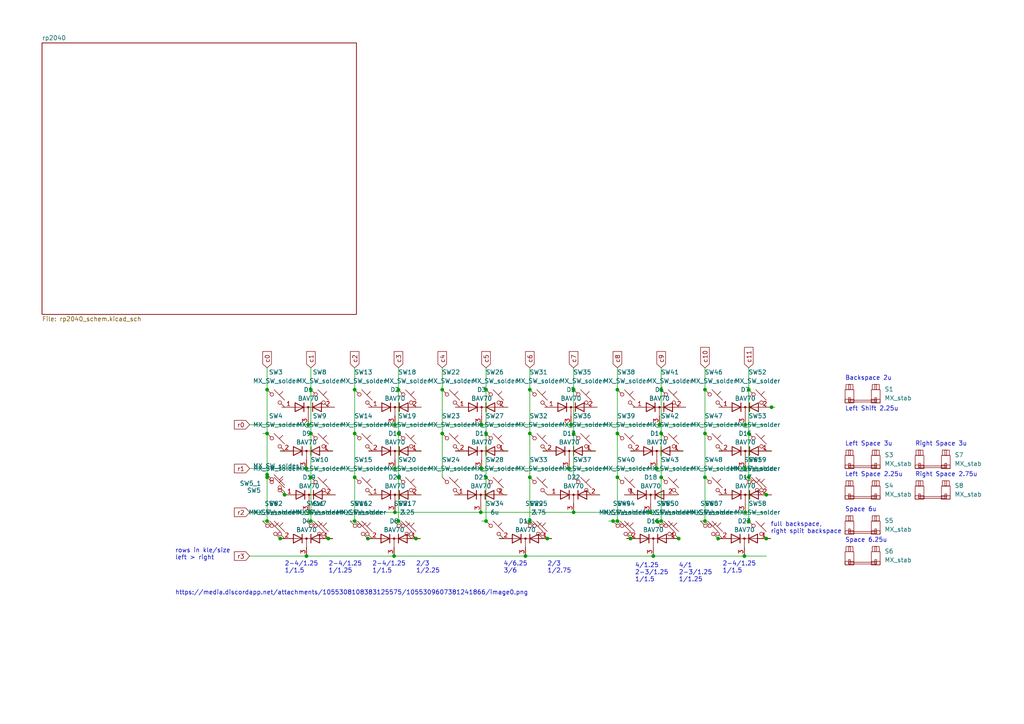
<source format=kicad_sch>
(kicad_sch (version 20221206) (generator eeschema)
  (paper "A4")
  (lib_symbols
    (symbol "Diode:BAV70" (pin_names (offset 0.762) hide)
      (property "Reference" "D" (at 0.635 -2.54 0))
      (property "Value" "BAV70" (at 0 2.54 0))
      (symbol "BAV70_0_1"
        (polyline (pts (xy -3.81 0) (xy 3.81 0)))
        (polyline (pts (xy 0 0) (xy 0 -2.54)))
        (polyline (pts (xy -1.27 -1.27) (xy -1.27 1.27) (xy -1.27 1.27)) (stroke (width 0.254)))
        (polyline (pts (xy 1.27 -1.27) (xy 1.27 1.27) (xy 1.27 1.27)) (stroke (width 0.254)))
        (polyline (pts (xy -3.81 1.27) (xy -1.27 0) (xy -3.81 -1.27) (xy -3.81 1.27) (xy -3.81 1.27) (xy -3.81 1.27)) (stroke (width 0.254)))
        (polyline (pts (xy 3.81 -1.27) (xy 1.27 0) (xy 3.81 1.27) (xy 3.81 -1.27) (xy 3.81 -1.27) (xy 3.81 -1.27)) (stroke (width 0.254)))
        (circle (center 0 0) (radius 0.254) (fill (type outline)))
        (pin passive line (at -7.62 0 0) (length 3.81) (name "A") (number "1"))
        (pin passive line (at 7.62 0 180) (length 3.81) (name "A") (number "2"))
        (pin passive line (at 0 -5.08 90) (length 2.54) (name "K") (number "3"))
      )
    )
    (symbol "marbastlib-mx:MX_SW_solder" (pin_numbers hide) (pin_names (offset 1.016) hide)
      (property "Reference" "SW" (at 3.048 1.016 0))
      (property "Value" "MX_SW_solder" (at 0 -3.81 0))
      (symbol "MX_SW_solder_0_1"
        (circle (center -1.1684 1.1684) (radius 0.508))
        (polyline (pts (xy -0.508 2.54) (xy 2.54 -0.508)))
        (polyline (pts (xy 1.016 1.016) (xy 2.032 2.032)))
        (polyline (pts (xy -2.54 2.54) (xy -1.524 1.524) (xy -1.524 1.524)))
        (polyline (pts (xy 1.524 -1.524) (xy 2.54 -2.54) (xy 2.54 -2.54) (xy 2.54 -2.54)))
        (circle (center 1.143 -1.1938) (radius 0.508))
        (pin passive line (at -2.54 2.54 0) (length 0) (name "1") (number "1"))
        (pin passive line (at 2.54 -2.54 180) (length 0) (name "2") (number "2"))
      )
    )
    (symbol "marbastlib-mx:MX_stab" (pin_names (offset 1.016))
      (property "Reference" "S" (at -5.08 6.35 0))
      (property "Value" "MX_stab" (at -5.08 3.81 0))
      (symbol "MX_stab_0_1"
        (rectangle (start -5.08 -1.524) (end -2.54 -2.54))
        (rectangle (start -5.08 1.27) (end -2.54 -2.54))
        (rectangle (start -4.826 2.794) (end -2.794 1.27))
        (rectangle (start -4.064 -2.286) (end -3.556 -1.016))
        (rectangle (start -4.064 -1.778) (end 4.064 -2.286))
        (rectangle (start -4.064 1.27) (end -3.556 2.794))
        (rectangle (start 2.54 -1.524) (end 5.08 -2.54))
        (rectangle (start 2.54 1.27) (end 5.08 -2.54))
        (rectangle (start 2.794 2.794) (end 4.826 1.27))
        (rectangle (start 3.556 1.27) (end 4.064 2.794))
        (rectangle (start 4.064 -2.286) (end 3.556 -1.016))
      )
    )
  )
  (junction (at 82.55 143.51))
  (junction (at 165.608 123.19))
  (junction (at 191.77 125.73))
  (junction (at 217.17 113.03))
  (junction (at 158.75 156.21))
  (junction (at 140.97 113.03))
  (junction (at 196.85 156.21))
  (junction (at 204.47 113.03))
  (junction (at 114.3 161.29))
  (junction (at 222.25 156.21))
  (junction (at 102.87 138.43))
  (junction (at 182.88 156.21))
  (junction (at 179.07 125.73))
  (junction (at 88.9 161.29))
  (junction (at 90.17 138.43))
  (junction (at 166.37 113.03))
  (junction (at 217.17 151.13))
  (junction (at 89.662 148.59))
  (junction (at 216.154 123.19))
  (junction (at 139.7 123.19))
  (junction (at 115.57 151.13))
  (junction (at 179.07 138.43))
  (junction (at 139.446 148.59))
  (junction (at 140.97 138.43))
  (junction (at 204.47 138.43))
  (junction (at 81.28 156.21))
  (junction (at 191.77 113.03))
  (junction (at 179.07 113.03))
  (junction (at 115.57 138.43))
  (junction (at 153.67 151.13))
  (junction (at 114.554 123.19))
  (junction (at 114.554 148.59))
  (junction (at 191.77 151.13))
  (junction (at 191.77 138.43))
  (junction (at 115.57 125.73))
  (junction (at 217.17 125.73))
  (junction (at 217.17 138.43))
  (junction (at 114.554 135.89))
  (junction (at 106.68 156.21))
  (junction (at 177.8 151.13))
  (junction (at 216.154 135.89))
  (junction (at 128.27 113.03))
  (junction (at 139.7 135.89))
  (junction (at 102.87 125.73))
  (junction (at 128.27 125.73))
  (junction (at 152.4 161.29))
  (junction (at 153.67 113.03))
  (junction (at 215.9 161.29))
  (junction (at 204.47 151.13))
  (junction (at 188.722 148.59))
  (junction (at 179.07 151.13))
  (junction (at 120.65 156.21))
  (junction (at 77.47 137.668))
  (junction (at 140.97 151.13))
  (junction (at 90.17 113.03))
  (junction (at 102.87 151.13))
  (junction (at 102.87 113.03))
  (junction (at 77.47 138.43))
  (junction (at 204.47 125.73))
  (junction (at 153.67 125.73))
  (junction (at 190.5 151.13))
  (junction (at 153.67 138.43))
  (junction (at 191.262 123.19))
  (junction (at 208.28 156.21))
  (junction (at 140.97 125.73))
  (junction (at 90.17 125.73))
  (junction (at 223.774 118.11))
  (junction (at 90.17 151.13))
  (junction (at 89.408 123.19))
  (junction (at 190.5 135.89))
  (junction (at 77.47 151.13))
  (junction (at 189.484 161.29))
  (junction (at 166.37 125.73))
  (junction (at 95.25 156.21))
  (junction (at 166.37 148.59))
  (junction (at 115.57 113.03))
  (junction (at 88.9 135.89))
  (junction (at 165.1 135.89))
  (junction (at 77.47 125.73))
  (junction (at 216.154 148.59))
  (junction (at 77.47 113.03))
  (junction (at 222.25 143.51))
  (wire (pts (xy 208.28 156.21) (xy 209.55 156.21)))
  (wire (pts (xy 157.48 130.81) (xy 158.75 130.81)))
  (wire (pts (xy 222.25 143.51) (xy 223.774 143.51)))
  (wire (pts (xy 106.934 130.81) (xy 107.95 130.81)))
  (wire (pts (xy 146.05 143.51) (xy 147.066 143.51)))
  (wire (pts (xy 196.85 156.21) (xy 197.104 156.21)))
  (wire (pts (xy 95.25 130.81) (xy 96.52 130.81)))
  (wire (pts (xy 208.534 118.11) (xy 209.55 118.11)))
  (wire (pts (xy 215.9 161.29) (xy 222.25 161.29)))
  (wire (pts (xy 153.67 113.03) (xy 153.67 125.73)))
  (wire (pts (xy 165.608 123.19) (xy 191.262 123.19)))
  (wire (pts (xy 204.47 138.43) (xy 204.47 151.13)))
  (wire (pts (xy 157.988 118.11) (xy 158.75 118.11)))
  (wire (pts (xy 215.9 151.13) (xy 217.17 151.13)))
  (wire (pts (xy 166.37 106.68) (xy 166.37 113.03)))
  (wire (pts (xy 220.98 143.51) (xy 222.25 143.51)))
  (wire (pts (xy 166.37 113.03) (xy 166.37 125.73)))
  (wire (pts (xy 139.446 148.59) (xy 166.37 148.59)))
  (wire (pts (xy 171.45 143.51) (xy 173.99 143.51)))
  (wire (pts (xy 165.1 135.89) (xy 190.5 135.89)))
  (wire (pts (xy 88.9 151.13) (xy 90.17 151.13)))
  (wire (pts (xy 203.2 151.13) (xy 204.47 151.13)))
  (wire (pts (xy 152.4 151.13) (xy 153.67 151.13)))
  (wire (pts (xy 146.05 130.81) (xy 147.32 130.81)))
  (wire (pts (xy 216.154 148.59) (xy 222.25 148.59)))
  (wire (pts (xy 189.484 161.29) (xy 215.9 161.29)))
  (wire (pts (xy 208.534 130.81) (xy 209.55 130.81)))
  (wire (pts (xy 204.47 106.68) (xy 204.47 113.03)))
  (wire (pts (xy 132.08 118.11) (xy 133.35 118.11)))
  (wire (pts (xy 189.23 151.13) (xy 190.5 151.13)))
  (wire (pts (xy 222.25 118.11) (xy 223.774 118.11)))
  (wire (pts (xy 188.722 148.59) (xy 216.154 148.59)))
  (wire (pts (xy 90.17 138.43) (xy 90.17 151.13)))
  (wire (pts (xy 90.17 106.68) (xy 90.17 113.03)))
  (wire (pts (xy 190.5 135.89) (xy 216.154 135.89)))
  (wire (pts (xy 114.554 135.89) (xy 139.7 135.89)))
  (wire (pts (xy 90.17 113.03) (xy 90.17 125.73)))
  (wire (pts (xy 114.3 151.13) (xy 115.57 151.13)))
  (wire (pts (xy 179.07 106.68) (xy 179.07 113.03)))
  (wire (pts (xy 120.65 130.81) (xy 122.174 130.81)))
  (wire (pts (xy 95.25 143.51) (xy 97.282 143.51)))
  (wire (pts (xy 77.47 138.43) (xy 77.47 151.13)))
  (wire (pts (xy 95.25 156.21) (xy 96.52 156.21)))
  (wire (pts (xy 204.47 125.73) (xy 204.47 138.43)))
  (wire (pts (xy 102.87 106.68) (xy 102.87 113.03)))
  (wire (pts (xy 158.75 156.21) (xy 160.02 156.21)))
  (wire (pts (xy 179.07 125.73) (xy 179.07 138.43)))
  (wire (pts (xy 114.3 161.29) (xy 152.4 161.29)))
  (wire (pts (xy 106.934 118.11) (xy 107.95 118.11)))
  (wire (pts (xy 106.934 143.51) (xy 107.95 143.51)))
  (wire (pts (xy 208.534 143.51) (xy 209.55 143.51)))
  (wire (pts (xy 128.27 125.73) (xy 128.27 138.43)))
  (wire (pts (xy 140.97 106.68) (xy 140.97 113.03)))
  (wire (pts (xy 216.154 135.89) (xy 222.25 135.89)))
  (wire (pts (xy 183.642 118.11) (xy 184.15 118.11)))
  (wire (pts (xy 88.9 135.89) (xy 114.554 135.89)))
  (wire (pts (xy 222.25 156.21) (xy 223.52 156.21)))
  (wire (pts (xy 171.45 130.81) (xy 172.72 130.81)))
  (wire (pts (xy 102.87 125.73) (xy 102.87 138.43)))
  (wire (pts (xy 102.87 138.43) (xy 102.87 151.13)))
  (wire (pts (xy 196.85 118.11) (xy 198.882 118.11)))
  (wire (pts (xy 89.408 123.19) (xy 114.554 123.19)))
  (wire (pts (xy 153.67 138.43) (xy 153.67 151.13)))
  (wire (pts (xy 81.28 156.21) (xy 82.55 156.21)))
  (wire (pts (xy 196.342 143.51) (xy 196.85 143.51)))
  (wire (pts (xy 217.17 138.43) (xy 217.17 151.13)))
  (wire (pts (xy 72.39 123.19) (xy 89.408 123.19)))
  (wire (pts (xy 157.48 156.21) (xy 158.75 156.21)))
  (wire (pts (xy 115.57 125.73) (xy 115.57 138.43)))
  (wire (pts (xy 128.27 113.03) (xy 128.27 125.73)))
  (wire (pts (xy 196.85 130.81) (xy 198.12 130.81)))
  (wire (pts (xy 102.87 113.03) (xy 102.87 125.73)))
  (wire (pts (xy 115.57 106.68) (xy 115.57 113.03)))
  (wire (pts (xy 88.9 161.29) (xy 114.3 161.29)))
  (wire (pts (xy 181.61 156.21) (xy 182.88 156.21)))
  (wire (pts (xy 115.57 113.03) (xy 115.57 125.73)))
  (wire (pts (xy 82.55 142.748) (xy 82.55 143.51)))
  (wire (pts (xy 72.39 135.89) (xy 88.9 135.89)))
  (wire (pts (xy 90.17 125.73) (xy 90.17 138.43)))
  (wire (pts (xy 139.7 151.13) (xy 140.97 151.13)))
  (wire (pts (xy 139.7 135.89) (xy 165.1 135.89)))
  (wire (pts (xy 114.554 148.59) (xy 139.446 148.59)))
  (wire (pts (xy 215.9 138.43) (xy 217.17 138.43)))
  (wire (pts (xy 182.88 156.21) (xy 184.15 156.21)))
  (wire (pts (xy 190.5 151.13) (xy 191.77 151.13)))
  (wire (pts (xy 217.17 125.73) (xy 217.17 138.43)))
  (wire (pts (xy 191.77 113.03) (xy 191.77 125.73)))
  (wire (pts (xy 89.662 148.59) (xy 114.554 148.59)))
  (wire (pts (xy 176.53 151.13) (xy 177.8 151.13)))
  (wire (pts (xy 182.88 130.81) (xy 184.15 130.81)))
  (wire (pts (xy 171.45 118.11) (xy 173.228 118.11)))
  (wire (pts (xy 140.97 113.03) (xy 140.97 125.73)))
  (wire (pts (xy 95.25 118.11) (xy 97.028 118.11)))
  (wire (pts (xy 114.554 123.19) (xy 139.7 123.19)))
  (wire (pts (xy 81.28 130.81) (xy 82.55 130.81)))
  (wire (pts (xy 191.262 123.19) (xy 216.154 123.19)))
  (wire (pts (xy 216.154 123.19) (xy 222.25 123.19)))
  (wire (pts (xy 101.6 151.13) (xy 102.87 151.13)))
  (wire (pts (xy 81.788 118.11) (xy 82.55 118.11)))
  (wire (pts (xy 139.7 123.19) (xy 165.608 123.19)))
  (wire (pts (xy 72.39 161.29) (xy 88.9 161.29)))
  (wire (pts (xy 128.27 106.68) (xy 128.27 113.03)))
  (wire (pts (xy 72.39 148.59) (xy 89.662 148.59)))
  (wire (pts (xy 204.47 113.03) (xy 204.47 125.73)))
  (wire (pts (xy 82.042 143.51) (xy 82.55 143.51)))
  (wire (pts (xy 195.58 156.21) (xy 196.85 156.21)))
  (wire (pts (xy 120.65 156.21) (xy 121.92 156.21)))
  (wire (pts (xy 179.07 138.43) (xy 179.07 151.13)))
  (wire (pts (xy 106.68 156.21) (xy 107.95 156.21)))
  (wire (pts (xy 132.08 130.81) (xy 133.35 130.81)))
  (wire (pts (xy 140.97 125.73) (xy 140.97 138.43)))
  (wire (pts (xy 191.77 138.43) (xy 191.77 151.13)))
  (wire (pts (xy 223.774 118.11) (xy 224.79 118.11)))
  (wire (pts (xy 153.67 106.68) (xy 153.67 113.03)))
  (wire (pts (xy 93.98 156.21) (xy 95.25 156.21)))
  (wire (pts (xy 217.17 113.03) (xy 217.17 125.73)))
  (wire (pts (xy 166.37 148.59) (xy 188.722 148.59)))
  (wire (pts (xy 166.37 125.73) (xy 166.37 138.43)))
  (wire (pts (xy 191.77 125.73) (xy 191.77 138.43)))
  (wire (pts (xy 140.97 138.43) (xy 140.97 151.13)))
  (wire (pts (xy 177.8 151.13) (xy 179.07 151.13)))
  (wire (pts (xy 119.38 156.21) (xy 120.65 156.21)))
  (wire (pts (xy 146.05 118.11) (xy 147.32 118.11)))
  (wire (pts (xy 222.25 130.81) (xy 223.774 130.81)))
  (wire (pts (xy 120.65 143.51) (xy 122.174 143.51)))
  (wire (pts (xy 76.2 151.13) (xy 77.47 151.13)))
  (wire (pts (xy 181.102 143.51) (xy 184.15 143.51)))
  (wire (pts (xy 131.826 143.51) (xy 133.35 143.51)))
  (wire (pts (xy 120.65 118.11) (xy 122.174 118.11)))
  (wire (pts (xy 191.77 106.68) (xy 191.77 113.03)))
  (wire (pts (xy 217.17 106.68) (xy 217.17 113.03)))
  (wire (pts (xy 77.47 137.668) (xy 77.47 138.43)))
  (wire (pts (xy 115.57 138.43) (xy 115.57 151.13)))
  (wire (pts (xy 77.47 125.73) (xy 77.47 137.668)))
  (wire (pts (xy 152.4 161.29) (xy 189.484 161.29)))
  (wire (pts (xy 77.47 113.03) (xy 77.47 125.73)))
  (wire (pts (xy 144.78 156.21) (xy 146.05 156.21)))
  (wire (pts (xy 153.67 125.73) (xy 153.67 138.43)))
  (wire (pts (xy 179.07 113.03) (xy 179.07 125.73)))
  (wire (pts (xy 76.2 125.73) (xy 77.47 125.73)))
  (wire (pts (xy 220.98 156.21) (xy 222.25 156.21)))
  (wire (pts (xy 77.47 106.68) (xy 77.47 113.03)))
  (text "Backspace 2u\n" (at 245.11 110.49 0) (effects (font (size 1.27 1.27)) (justify left bottom)))
  (text "https://media.discordapp.net/attachments/1055308108383125575/1055309607381241866/image0.png" (at 50.8 172.72 0) (effects (font (size 1.27 1.27)) (justify left bottom)))
  (text "2-4/1.25\n1/1.5" (at 209.55 166.37 0) (effects (font (size 1.27 1.27)) (justify left bottom)))
  (text "Left Space 3u" (at 245.11 129.54 0) (effects (font (size 1.27 1.27)) (justify left bottom)))
  (text "2-4/1.25\n1/1.5" (at 107.95 166.37 0) (effects (font (size 1.27 1.27)) (justify left bottom)))
  (text "4/1.25\n2-3/1.25\n1/1.5" (at 184.15 168.91 0) (effects (font (size 1.27 1.27)) (justify left bottom)))
  (text "full backspace, \nright split backspace" (at 223.52 154.94 0) (effects (font (size 1.27 1.27)) (justify left bottom)))
  (text "2-4/1.25\n1/1.25" (at 95.25 166.37 0) (effects (font (size 1.27 1.27)) (justify left bottom)))
  (text "2/3\n1/2.75" (at 158.75 166.37 0) (effects (font (size 1.27 1.27)) (justify left bottom)))
  (text "rows in kle/size\nleft > right" (at 50.8 162.56 0) (effects (font (size 1.27 1.27)) (justify left bottom)))
  (text "Right Space 3u\n" (at 265.43 129.54 0) (effects (font (size 1.27 1.27)) (justify left bottom)))
  (text "Space 6.25u" (at 245.11 157.48 0) (effects (font (size 1.27 1.27)) (justify left bottom)))
  (text "2/3\n1/2.25" (at 120.65 166.37 0) (effects (font (size 1.27 1.27)) (justify left bottom)))
  (text "4/1\n2-3/1.25\n1/1.25" (at 196.85 168.91 0) (effects (font (size 1.27 1.27)) (justify left bottom)))
  (text "Space 6u" (at 245.11 148.59 0) (effects (font (size 1.27 1.27)) (justify left bottom)))
  (text "Left Shift 2.25u\n" (at 245.11 119.38 0) (effects (font (size 1.27 1.27)) (justify left bottom)))
  (text "4/6.25\n3/6\n" (at 146.05 166.37 0) (effects (font (size 1.27 1.27)) (justify left bottom)))
  (text "2-4/1.25\n1/1.5" (at 82.55 166.37 0) (effects (font (size 1.27 1.27)) (justify left bottom)))
  (text "Right Space 2.75u\n" (at 265.43 138.43 0) (effects (font (size 1.27 1.27)) (justify left bottom)))
  (text "Left Space 2.25u\n" (at 245.11 138.43 0) (effects (font (size 1.27 1.27)) (justify left bottom)))
  (global_label "c7" (shape input) (at 166.37 106.68 90) (property "Intersheetrefs" "${INTERSHEET_REFS}" (effects hide)))
  (global_label "r1" (shape input) (at 72.39 135.89 180) (property "Intersheetrefs" "${INTERSHEET_REFS}" (effects hide)))
  (global_label "c1" (shape input) (at 90.17 106.68 90) (property "Intersheetrefs" "${INTERSHEET_REFS}" (effects hide)))
  (global_label "c0" (shape input) (at 77.47 106.68 90) (property "Intersheetrefs" "${INTERSHEET_REFS}" (effects hide)))
  (global_label "r2" (shape input) (at 72.39 148.59 180) (property "Intersheetrefs" "${INTERSHEET_REFS}" (effects hide)))
  (global_label "c3" (shape input) (at 115.57 106.68 90) (property "Intersheetrefs" "${INTERSHEET_REFS}" (effects hide)))
  (global_label "c10" (shape input) (at 204.47 106.68 90) (property "Intersheetrefs" "${INTERSHEET_REFS}" (effects hide)))
  (global_label "c2" (shape input) (at 102.87 106.68 90) (property "Intersheetrefs" "${INTERSHEET_REFS}" (effects hide)))
  (global_label "r3" (shape input) (at 72.39 161.29 180) (property "Intersheetrefs" "${INTERSHEET_REFS}" (effects hide)))
  (global_label "c11" (shape input) (at 217.17 106.68 90) (property "Intersheetrefs" "${INTERSHEET_REFS}" (effects hide)))
  (global_label "c4" (shape input) (at 128.27 106.68 90) (property "Intersheetrefs" "${INTERSHEET_REFS}" (effects hide)))
  (global_label "c9" (shape input) (at 191.77 106.68 90) (property "Intersheetrefs" "${INTERSHEET_REFS}" (effects hide)))
  (global_label "c5" (shape input) (at 140.97 106.68 90) (property "Intersheetrefs" "${INTERSHEET_REFS}" (effects hide)))
  (global_label "c8" (shape input) (at 179.07 106.68 90) (property "Intersheetrefs" "${INTERSHEET_REFS}" (effects hide)))
  (global_label "c6" (shape input) (at 153.67 106.68 90) (property "Intersheetrefs" "${INTERSHEET_REFS}" (effects hide)))
  (global_label "r0" (shape input) (at 72.39 123.19 180) (property "Intersheetrefs" "${INTERSHEET_REFS}" (effects hide)))
  (symbol (lib_id "Diode:BAV70") (at 89.408 118.11 0) (unit 1)
    (property "Reference" "D1" (at 89.408 113.03 0))
    (property "Value" "BAV70" (at 89.408 115.57 0))
    (property "Footprint" "Package_TO_SOT_SMD:SOT-23" (effects hide))
    (property "Datasheet" "https://assets.nexperia.com/documents/data-sheet/BAV70_SER.pdf" (effects hide))
    (property "LCSC" "C68978" (effects hide))
  )
  (symbol (lib_id "marbastlib-mx:MX_SW_solder") (at 92.71 153.67 0) (unit 1)
    (property "Reference" "SW7" (at 92.71 146.05 0))
    (property "Value" "MX_SW_solder" (at 92.71 148.59 0))
    (property "Footprint" "marbastlib-mx:SW_MX_1u" (effects hide))
  )
  (symbol (lib_id "marbastlib-mx:MX_stab") (at 270.51 133.35 0) (unit 1)
    (property "Reference" "S7" (at 276.86 131.9529 0) (effects (justify left)))
    (property "Value" "MX_stab" (at 276.86 134.4929 0) (effects (justify left)))
    (property "Footprint" "marbastlib-mx:STAB_MX_P_3u" (effects hide))
  )
  (symbol (lib_id "marbastlib-mx:MX_SW_solder") (at 92.71 140.97 0) (unit 1)
    (property "Reference" "SW10" (at 92.71 133.35 0))
    (property "Value" "MX_SW_solder" (at 92.71 135.89 0))
    (property "Footprint" "marbastlib-mx:SW_MX_1u" (effects hide))
  )
  (symbol (lib_id "Diode:BAV70") (at 89.662 143.51 0) (unit 1)
    (property "Reference" "D19" (at 89.662 138.43 0))
    (property "Value" "BAV70" (at 89.662 140.97 0))
    (property "Footprint" "Package_TO_SOT_SMD:SOT-23" (effects hide))
    (property "Datasheet" "https://assets.nexperia.com/documents/data-sheet/BAV70_SER.pdf" (effects hide))
    (property "LCSC" "C68978" (effects hide))
  )
  (symbol (lib_id "Diode:BAV70") (at 188.722 143.51 0) (unit 1)
    (property "Reference" "D18" (at 188.722 138.43 0))
    (property "Value" "BAV70" (at 188.722 140.97 0))
    (property "Footprint" "Package_TO_SOT_SMD:SOT-23" (effects hide))
    (property "Datasheet" "https://assets.nexperia.com/documents/data-sheet/BAV70_SER.pdf" (effects hide))
    (property "LCSC" "C68978" (effects hide))
  )
  (symbol (lib_id "marbastlib-mx:MX_SW_solder") (at 80.01 140.208 0) (unit 1)
    (property "Reference" "SW5_1" (at 72.644 140.208 0))
    (property "Value" "MX_SW_solder" (at 80.01 135.128 0))
    (property "Footprint" "marbastlib-mx:SW_MX_1u" (effects hide))
  )
  (symbol (lib_id "marbastlib-mx:MX_SW_solder") (at 80.01 115.57 0) (unit 1)
    (property "Reference" "SW3" (at 80.01 107.95 0))
    (property "Value" "MX_SW_solder" (at 80.01 110.49 0))
    (property "Footprint" "marbastlib-mx:SW_MX_1u" (effects hide))
  )
  (symbol (lib_id "marbastlib-mx:MX_SW_solder") (at 218.44 140.97 0) (unit 1)
    (property "Reference" "SW61" (at 218.44 133.35 0))
    (property "Value" "MX_SW_solder" (at 218.44 135.89 0))
    (property "Footprint" "marbastlib-mx:SW_MX_1u" (effects hide))
  )
  (symbol (lib_id "marbastlib-mx:MX_SW_solder") (at 143.51 115.57 0) (unit 1)
    (property "Reference" "SW26" (at 143.51 107.95 0))
    (property "Value" "MX_SW_solder" (at 143.51 110.49 0))
    (property "Footprint" "marbastlib-mx:SW_MX_1u" (effects hide))
  )
  (symbol (lib_id "Diode:BAV70") (at 165.608 118.11 0) (unit 1)
    (property "Reference" "D5" (at 165.608 113.03 0))
    (property "Value" "BAV70" (at 165.608 115.57 0))
    (property "Footprint" "Package_TO_SOT_SMD:SOT-23" (effects hide))
    (property "Datasheet" "https://assets.nexperia.com/documents/data-sheet/BAV70_SER.pdf" (effects hide))
    (property "LCSC" "C68978" (effects hide))
  )
  (symbol (lib_id "marbastlib-mx:MX_stab") (at 250.19 114.3 0) (unit 1)
    (property "Reference" "S1" (at 256.54 112.9029 0) (effects (justify left)))
    (property "Value" "MX_stab" (at 256.54 115.4429 0) (effects (justify left)))
    (property "Footprint" "marbastlib-mx:STAB_MX_P_2u" (effects hide))
  )
  (symbol (lib_id "marbastlib-mx:MX_SW_solder") (at 194.31 128.27 0) (unit 1)
    (property "Reference" "SW42" (at 194.31 120.65 0))
    (property "Value" "MX_SW_solder" (at 194.31 123.19 0))
    (property "Footprint" "marbastlib-mx:SW_MX_1u" (effects hide))
  )
  (symbol (lib_id "marbastlib-mx:MX_SW_solder") (at 105.41 115.57 0) (unit 1)
    (property "Reference" "SW13" (at 105.41 107.95 0))
    (property "Value" "MX_SW_solder" (at 105.41 110.49 0))
    (property "Footprint" "marbastlib-mx:SW_MX_1u" (effects hide))
  )
  (symbol (lib_id "Diode:BAV70") (at 191.262 118.11 0) (unit 1)
    (property "Reference" "D6" (at 191.262 113.03 0))
    (property "Value" "BAV70" (at 191.262 115.57 0))
    (property "Footprint" "Package_TO_SOT_SMD:SOT-23" (effects hide))
    (property "Datasheet" "https://assets.nexperia.com/documents/data-sheet/BAV70_SER.pdf" (effects hide))
    (property "LCSC" "C68978" (effects hide))
  )
  (symbol (lib_id "marbastlib-mx:MX_SW_solder") (at 181.61 140.97 0) (unit 1)
    (property "Reference" "SW40" (at 181.61 133.35 0))
    (property "Value" "MX_SW_solder" (at 181.61 135.89 0))
    (property "Footprint" "marbastlib-mx:SW_MX_1u" (effects hide))
  )
  (symbol (lib_id "marbastlib-mx:MX_SW_solder") (at 80.01 128.27 0) (unit 1)
    (property "Reference" "SW4" (at 80.01 120.65 0))
    (property "Value" "MX_SW_solder" (at 80.01 123.19 0))
    (property "Footprint" "marbastlib-mx:SW_MX_1u" (effects hide))
  )
  (symbol (lib_id "marbastlib-mx:MX_SW_solder") (at 105.41 128.27 0) (unit 1)
    (property "Reference" "SW14" (at 105.41 120.65 0))
    (property "Value" "MX_SW_solder" (at 105.41 123.19 0))
    (property "Footprint" "marbastlib-mx:SW_MX_1u" (effects hide))
  )
  (symbol (lib_id "Diode:BAV70") (at 114.554 130.81 0) (mirror y) (unit 1)
    (property "Reference" "D10" (at 114.554 125.73 0))
    (property "Value" "BAV70" (at 114.554 128.27 0))
    (property "Footprint" "Package_TO_SOT_SMD:SOT-23" (effects hide))
    (property "Datasheet" "https://assets.nexperia.com/documents/data-sheet/BAV70_SER.pdf" (effects hide))
    (property "LCSC" "C68978" (effects hide))
  )
  (symbol (lib_id "Diode:BAV70") (at 114.3 156.21 0) (mirror y) (unit 1)
    (property "Reference" "D8" (at 114.3 151.13 0))
    (property "Value" "BAV70" (at 114.3 153.67 0))
    (property "Footprint" "Package_TO_SOT_SMD:SOT-23" (effects hide))
    (property "Datasheet" "https://assets.nexperia.com/documents/data-sheet/BAV70_SER.pdf" (effects hide))
    (property "LCSC" "C68978" (effects hide))
  )
  (symbol (lib_id "marbastlib-mx:MX_stab") (at 250.19 161.29 0) (unit 1)
    (property "Reference" "S6" (at 256.54 159.8929 0) (effects (justify left)))
    (property "Value" "MX_stab" (at 256.54 162.4329 0) (effects (justify left)))
    (property "Footprint" "marbastlib-mx:STAB_MX_6.25u" (effects hide))
  )
  (symbol (lib_id "marbastlib-mx:MX_SW_solder") (at 180.34 153.67 0) (unit 1)
    (property "Reference" "SW49" (at 180.34 146.05 0))
    (property "Value" "MX_SW_solder" (at 180.34 148.59 0))
    (property "Footprint" "marbastlib-mx:SW_MX_1u" (effects hide))
  )
  (symbol (lib_id "Diode:BAV70") (at 139.7 118.11 0) (unit 1)
    (property "Reference" "D3" (at 139.7 113.03 0))
    (property "Value" "BAV70" (at 139.7 115.57 0))
    (property "Footprint" "Package_TO_SOT_SMD:SOT-23" (effects hide))
    (property "Datasheet" "https://assets.nexperia.com/documents/data-sheet/BAV70_SER.pdf" (effects hide))
    (property "LCSC" "C68978" (effects hide))
  )
  (symbol (lib_id "marbastlib-mx:MX_SW_solder") (at 78.74 153.67 0) (unit 1)
    (property "Reference" "SW6" (at 78.74 146.05 0))
    (property "Value" "MX_SW_solder" (at 78.74 148.59 0))
    (property "Footprint" "marbastlib-mx:SW_MX_1u" (effects hide))
  )
  (symbol (lib_id "marbastlib-mx:MX_SW_solder") (at 130.81 115.57 0) (unit 1)
    (property "Reference" "SW22" (at 130.81 107.95 0))
    (property "Value" "MX_SW_solder" (at 130.81 110.49 0))
    (property "Footprint" "marbastlib-mx:SW_MX_1u" (effects hide))
  )
  (symbol (lib_id "Diode:BAV70") (at 88.9 130.81 0) (mirror y) (unit 1)
    (property "Reference" "D9" (at 88.9 125.73 0))
    (property "Value" "BAV70" (at 88.9 128.27 0))
    (property "Footprint" "Package_TO_SOT_SMD:SOT-23" (effects hide))
    (property "Datasheet" "https://assets.nexperia.com/documents/data-sheet/BAV70_SER.pdf" (effects hide))
    (property "LCSC" "C68978" (effects hide))
  )
  (symbol (lib_id "marbastlib-mx:MX_SW_solder") (at 219.71 128.27 0) (unit 1)
    (property "Reference" "SW53" (at 219.71 120.65 0))
    (property "Value" "MX_SW_solder" (at 219.71 123.19 0))
    (property "Footprint" "marbastlib-mx:SW_MX_1u" (effects hide))
  )
  (symbol (lib_id "Diode:BAV70") (at 166.37 143.51 0) (unit 1)
    (property "Reference" "D22" (at 166.37 138.43 0))
    (property "Value" "BAV70" (at 166.37 140.97 0))
    (property "Footprint" "Package_TO_SOT_SMD:SOT-23" (effects hide))
    (property "Datasheet" "https://assets.nexperia.com/documents/data-sheet/BAV70_SER.pdf" (effects hide))
    (property "LCSC" "C68978" (effects hide))
  )
  (symbol (lib_id "marbastlib-mx:MX_SW_solder") (at 118.11 115.57 0) (unit 1)
    (property "Reference" "SW18" (at 118.11 107.95 0))
    (property "Value" "MX_SW_solder" (at 118.11 110.49 0))
    (property "Footprint" "marbastlib-mx:SW_MX_1u" (effects hide))
  )
  (symbol (lib_id "marbastlib-mx:MX_SW_solder") (at 105.41 153.67 0) (unit 1)
    (property "Reference" "SW12" (at 105.41 146.05 0))
    (property "Value" "MX_SW_solder" (at 105.41 148.59 0))
    (property "Footprint" "marbastlib-mx:SW_MX_1u" (effects hide))
  )
  (symbol (lib_id "marbastlib-mx:MX_SW_solder") (at 80.01 153.67 0) (unit 1)
    (property "Reference" "SW2" (at 80.01 146.05 0))
    (property "Value" "MX_SW_solder" (at 80.01 148.59 0))
    (property "Footprint" "marbastlib-mx:SW_MX_1u" (effects hide))
  )
  (symbol (lib_id "marbastlib-mx:MX_SW_solder") (at 116.84 153.67 0) (unit 1)
    (property "Reference" "SW21" (at 116.84 146.05 0))
    (property "Value" "3" (at 116.84 148.59 0))
    (property "Footprint" "marbastlib-mx:SW_MX_1u" (effects hide))
  )
  (symbol (lib_id "marbastlib-mx:MX_SW_solder") (at 143.51 140.97 0) (unit 1)
    (property "Reference" "SW28" (at 143.51 133.35 0))
    (property "Value" "MX_SW_solder" (at 143.51 135.89 0))
    (property "Footprint" "marbastlib-mx:SW_MX_1u" (effects hide))
  )
  (symbol (lib_id "marbastlib-mx:MX_SW_solder") (at 92.71 128.27 0) (unit 1)
    (property "Reference" "SW9" (at 92.71 120.65 0))
    (property "Value" "MX_SW_solder" (at 92.71 123.19 0))
    (property "Footprint" "marbastlib-mx:SW_MX_1u" (effects hide))
  )
  (symbol (lib_id "marbastlib-mx:MX_SW_solder") (at 118.11 140.97 0) (unit 1)
    (property "Reference" "SW20" (at 118.11 133.35 0))
    (property "Value" "MX_SW_solder" (at 118.11 135.89 0))
    (property "Footprint" "marbastlib-mx:SW_MX_1u" (effects hide))
  )
  (symbol (lib_id "Diode:BAV70") (at 114.554 118.11 0) (unit 1)
    (property "Reference" "D2" (at 114.554 113.03 0))
    (property "Value" "BAV70" (at 114.554 115.57 0))
    (property "Footprint" "Package_TO_SOT_SMD:SOT-23" (effects hide))
    (property "Datasheet" "https://assets.nexperia.com/documents/data-sheet/BAV70_SER.pdf" (effects hide))
    (property "LCSC" "C68978" (effects hide))
  )
  (symbol (lib_id "marbastlib-mx:MX_SW_solder") (at 156.21 115.57 0) (unit 1)
    (property "Reference" "SW31" (at 156.21 107.95 0))
    (property "Value" "MX_SW_solder" (at 156.21 110.49 0))
    (property "Footprint" "marbastlib-mx:SW_MX_1u" (effects hide))
  )
  (symbol (lib_id "marbastlib-mx:MX_SW_solder") (at 207.01 115.57 0) (unit 1)
    (property "Reference" "SW46" (at 207.01 107.95 0))
    (property "Value" "MX_SW_solder" (at 207.01 110.49 0))
    (property "Footprint" "marbastlib-mx:SW_MX_1u" (effects hide))
  )
  (symbol (lib_id "marbastlib-mx:MX_SW_solder") (at 156.21 153.67 0) (unit 1)
    (property "Reference" "SW25" (at 156.21 146.05 0))
    (property "Value" "2.75" (at 156.21 148.59 0))
    (property "Footprint" "marbastlib-mx:SW_MX_1u" (effects hide))
  )
  (symbol (lib_id "marbastlib-mx:MX_SW_solder") (at 105.41 140.97 0) (unit 1)
    (property "Reference" "SW15" (at 105.41 133.35 0))
    (property "Value" "MX_SW_solder" (at 105.41 135.89 0))
    (property "Footprint" "marbastlib-mx:SW_MX_1u" (effects hide))
  )
  (symbol (lib_id "marbastlib-mx:MX_SW_solder") (at 219.71 140.97 0) (unit 1)
    (property "Reference" "SW59" (at 219.71 133.35 0))
    (property "Value" "MX_SW_solder" (at 219.71 135.89 0))
    (property "Footprint" "marbastlib-mx:SW_MX_1u" (effects hide))
  )
  (symbol (lib_id "Diode:BAV70") (at 216.154 143.51 0) (unit 1)
    (property "Reference" "D17" (at 216.154 138.43 0))
    (property "Value" "BAV70" (at 216.154 140.97 0))
    (property "Footprint" "Package_TO_SOT_SMD:SOT-23" (effects hide))
    (property "Datasheet" "https://assets.nexperia.com/documents/data-sheet/BAV70_SER.pdf" (effects hide))
    (property "LCSC" "C68978" (effects hide))
  )
  (symbol (lib_id "marbastlib-mx:MX_SW_solder") (at 219.71 115.57 0) (unit 1)
    (property "Reference" "SW52" (at 219.71 107.95 0))
    (property "Value" "MX_SW_solder" (at 219.71 110.49 0))
    (property "Footprint" "marbastlib-mx:SW_MX_1u" (effects hide))
  )
  (symbol (lib_id "Diode:BAV70") (at 215.9 156.21 0) (mirror y) (unit 1)
    (property "Reference" "D23" (at 215.9 151.13 0))
    (property "Value" "BAV70" (at 215.9 153.67 0))
    (property "Footprint" "Package_TO_SOT_SMD:SOT-23" (effects hide))
    (property "Datasheet" "https://assets.nexperia.com/documents/data-sheet/BAV70_SER.pdf" (effects hide))
    (property "LCSC" "C68978" (effects hide))
  )
  (symbol (lib_id "Diode:BAV70") (at 165.1 130.81 0) (mirror y) (unit 1)
    (property "Reference" "D13" (at 165.1 125.73 0))
    (property "Value" "BAV70" (at 165.1 128.27 0))
    (property "Footprint" "Package_TO_SOT_SMD:SOT-23" (effects hide))
    (property "Datasheet" "https://assets.nexperia.com/documents/data-sheet/BAV70_SER.pdf" (effects hide))
    (property "LCSC" "C68978" (effects hide))
  )
  (symbol (lib_id "marbastlib-mx:MX_SW_solder") (at 194.31 140.97 0) (unit 1)
    (property "Reference" "SW43" (at 194.31 133.35 0))
    (property "Value" "MX_SW_solder" (at 194.31 135.89 0))
    (property "Footprint" "marbastlib-mx:SW_MX_1u" (effects hide))
  )
  (symbol (lib_id "marbastlib-mx:MX_SW_solder") (at 207.01 128.27 0) (unit 1)
    (property "Reference" "SW47" (at 207.01 120.65 0))
    (property "Value" "MX_SW_solder" (at 207.01 123.19 0))
    (property "Footprint" "marbastlib-mx:SW_MX_1u" (effects hide))
  )
  (symbol (lib_id "marbastlib-mx:MX_SW_solder") (at 118.11 128.27 0) (unit 1)
    (property "Reference" "SW19" (at 118.11 120.65 0))
    (property "Value" "MX_SW_solder" (at 118.11 123.19 0))
    (property "Footprint" "marbastlib-mx:SW_MX_1u" (effects hide))
  )
  (symbol (lib_id "marbastlib-mx:MX_SW_solder") (at 130.81 128.27 0) (unit 1)
    (property "Reference" "SW23" (at 130.81 120.65 0))
    (property "Value" "MX_SW_solder" (at 130.81 123.19 0))
    (property "Footprint" "marbastlib-mx:SW_MX_1u" (effects hide))
  )
  (symbol (lib_id "Diode:BAV70") (at 139.7 130.81 0) (mirror y) (unit 1)
    (property "Reference" "D11" (at 139.7 125.73 0))
    (property "Value" "BAV70" (at 139.7 128.27 0))
    (property "Footprint" "Package_TO_SOT_SMD:SOT-23" (effects hide))
    (property "Datasheet" "https://assets.nexperia.com/documents/data-sheet/BAV70_SER.pdf" (effects hide))
    (property "LCSC" "C68978" (effects hide))
  )
  (symbol (lib_id "marbastlib-mx:MX_SW_solder") (at 207.01 140.97 0) (unit 1)
    (property "Reference" "SW48" (at 207.01 133.35 0))
    (property "Value" "MX_SW_solder" (at 207.01 135.89 0))
    (property "Footprint" "marbastlib-mx:SW_MX_1u" (effects hide))
  )
  (symbol (lib_id "marbastlib-mx:MX_SW_solder") (at 92.71 115.57 0) (unit 1)
    (property "Reference" "SW8" (at 92.71 107.95 0))
    (property "Value" "MX_SW_solder" (at 92.71 110.49 0))
    (property "Footprint" "marbastlib-mx:SW_MX_1u" (effects hide))
  )
  (symbol (lib_id "marbastlib-mx:MX_SW_solder") (at 154.94 153.67 0) (unit 1)
    (property "Reference" "SW29" (at 154.94 146.05 0))
    (property "Value" "3" (at 154.94 148.59 0))
    (property "Footprint" "marbastlib-mx:SW_MX_1u" (effects hide))
  )
  (symbol (lib_id "marbastlib-mx:MX_stab") (at 250.19 152.4 0) (unit 1)
    (property "Reference" "S5" (at 256.54 151.0029 0) (effects (justify left)))
    (property "Value" "MX_stab" (at 256.54 153.5429 0) (effects (justify left)))
    (property "Footprint" "marbastlib-mx:STAB_MX_6u" (effects hide))
  )
  (symbol (lib_id "marbastlib-mx:MX_SW_solder") (at 156.21 128.27 0) (unit 1)
    (property "Reference" "SW32" (at 156.21 120.65 0))
    (property "Value" "MX_SW_solder" (at 156.21 123.19 0))
    (property "Footprint" "marbastlib-mx:SW_MX_1u" (effects hide))
  )
  (symbol (lib_id "marbastlib-mx:MX_SW_solder") (at 156.21 140.97 0) (unit 1)
    (property "Reference" "SW33" (at 156.21 133.35 0))
    (property "Value" "MX_SW_solder" (at 156.21 135.89 0))
    (property "Footprint" "marbastlib-mx:SW_MX_1u" (effects hide))
  )
  (symbol (lib_id "marbastlib-mx:MX_stab") (at 270.51 142.24 0) (unit 1)
    (property "Reference" "S8" (at 276.86 140.8429 0) (effects (justify left)))
    (property "Value" "MX_stab" (at 276.86 143.3829 0) (effects (justify left)))
    (property "Footprint" "marbastlib-mx:STAB_MX_P_2.75u" (effects hide))
  )
  (symbol (lib_id "marbastlib-mx:MX_SW_solder") (at 181.61 115.57 0) (unit 1)
    (property "Reference" "SW38" (at 181.61 107.95 0))
    (property "Value" "MX_SW_solder" (at 181.61 110.49 0))
    (property "Footprint" "marbastlib-mx:SW_MX_1u" (effects hide))
  )
  (symbol (lib_id "marbastlib-mx:MX_SW_solder") (at 80.01 140.97 0) (unit 1)
    (property "Reference" "SW5" (at 73.66 142.24 0))
    (property "Value" "MX_SW_solder" (at 80.01 135.89 0))
    (property "Footprint" "marbastlib-mx:SW_MX_1u" (effects hide))
  )
  (symbol (lib_id "marbastlib-mx:MX_SW_solder") (at 181.61 128.27 0) (unit 1)
    (property "Reference" "SW39" (at 181.61 120.65 0))
    (property "Value" "MX_SW_solder" (at 181.61 123.19 0))
    (property "Footprint" "marbastlib-mx:SW_MX_1u" (effects hide))
  )
  (symbol (lib_id "Diode:BAV70") (at 189.484 156.21 0) (mirror y) (unit 1)
    (property "Reference" "D16" (at 189.484 151.13 0))
    (property "Value" "BAV70" (at 189.484 153.67 0))
    (property "Footprint" "Package_TO_SOT_SMD:SOT-23" (effects hide))
    (property "Datasheet" "https://assets.nexperia.com/documents/data-sheet/BAV70_SER.pdf" (effects hide))
    (property "LCSC" "C68978" (effects hide))
  )
  (symbol (lib_id "Diode:BAV70") (at 114.554 143.51 0) (unit 1)
    (property "Reference" "D20" (at 114.554 138.43 0))
    (property "Value" "BAV70" (at 114.554 140.97 0))
    (property "Footprint" "Package_TO_SOT_SMD:SOT-23" (effects hide))
    (property "Datasheet" "https://assets.nexperia.com/documents/data-sheet/BAV70_SER.pdf" (effects hide))
    (property "LCSC" "C68978" (effects hide))
  )
  (symbol (lib_id "Diode:BAV70") (at 88.9 156.21 0) (mirror y) (unit 1)
    (property "Reference" "D4" (at 88.9 151.13 0))
    (property "Value" "BAV70" (at 88.9 153.67 0))
    (property "Footprint" "Package_TO_SOT_SMD:SOT-23" (effects hide))
    (property "Datasheet" "https://assets.nexperia.com/documents/data-sheet/BAV70_SER.pdf" (effects hide))
    (property "LCSC" "C68978" (effects hide))
  )
  (symbol (lib_id "Diode:BAV70") (at 152.4 156.21 0) (mirror y) (unit 1)
    (property "Reference" "D12" (at 152.4 151.13 0))
    (property "Value" "BAV70" (at 152.4 153.67 0))
    (property "Footprint" "Package_TO_SOT_SMD:SOT-23" (effects hide))
    (property "Datasheet" "https://assets.nexperia.com/documents/data-sheet/BAV70_SER.pdf" (effects hide))
    (property "LCSC" "C68978" (effects hide))
  )
  (symbol (lib_id "marbastlib-mx:MX_SW_solder") (at 205.74 153.67 0) (unit 1)
    (property "Reference" "SW60" (at 205.74 146.05 0))
    (property "Value" "MX_SW_solder" (at 205.74 148.59 0))
    (property "Footprint" "marbastlib-mx:SW_MX_1u" (effects hide))
  )
  (symbol (lib_id "marbastlib-mx:MX_SW_solder") (at 181.61 153.67 0) (unit 1)
    (property "Reference" "SW44" (at 181.61 146.05 0))
    (property "Value" "MX_SW_solder" (at 181.61 148.59 0))
    (property "Footprint" "marbastlib-mx:SW_MX_1u" (effects hide))
  )
  (symbol (lib_id "marbastlib-mx:MX_SW_solder") (at 168.91 140.97 0) (unit 1)
    (property "Reference" "SW37" (at 168.91 133.35 0))
    (property "Value" "MX_SW_solder" (at 168.91 135.89 0))
    (property "Footprint" "marbastlib-mx:SW_MX_1u" (effects hide))
  )
  (symbol (lib_id "marbastlib-mx:MX_SW_solder") (at 91.44 153.67 0) (unit 1)
    (property "Reference" "SW11" (at 91.44 146.05 0))
    (property "Value" "MX_SW_solder" (at 91.44 148.59 0))
    (property "Footprint" "marbastlib-mx:SW_MX_1u" (effects hide))
  )
  (symbol (lib_id "marbastlib-mx:MX_SW_solder") (at 193.04 153.67 0) (unit 1)
    (property "Reference" "SW55" (at 193.04 146.05 0))
    (property "Value" "MX_SW_solder" (at 193.04 148.59 0))
    (property "Footprint" "marbastlib-mx:SW_MX_1u" (effects hide))
  )
  (symbol (lib_id "marbastlib-mx:MX_stab") (at 250.19 142.24 0) (unit 1)
    (property "Reference" "S4" (at 256.54 140.8429 0) (effects (justify left)))
    (property "Value" "MX_stab" (at 256.54 143.3829 0) (effects (justify left)))
    (property "Footprint" "marbastlib-mx:STAB_MX_P_2.25u" (effects hide))
  )
  (symbol (lib_id "Diode:BAV70") (at 216.154 130.81 0) (mirror y) (unit 1)
    (property "Reference" "D15" (at 216.154 125.73 0))
    (property "Value" "BAV70" (at 216.154 128.27 0))
    (property "Footprint" "Package_TO_SOT_SMD:SOT-23" (effects hide))
    (property "Datasheet" "https://assets.nexperia.com/documents/data-sheet/BAV70_SER.pdf" (effects hide))
    (property "LCSC" "C68978" (effects hide))
  )
  (symbol (lib_id "marbastlib-mx:MX_SW_solder") (at 143.51 128.27 0) (unit 1)
    (property "Reference" "SW27" (at 143.51 120.65 0))
    (property "Value" "MX_SW_solder" (at 143.51 123.19 0))
    (property "Footprint" "marbastlib-mx:SW_MX_1u" (effects hide))
  )
  (symbol (lib_id "marbastlib-mx:MX_SW_solder") (at 219.71 153.67 0) (unit 1)
    (property "Reference" "SW58" (at 219.71 146.05 0))
    (property "Value" "MX_SW_solder" (at 219.71 148.59 0))
    (property "Footprint" "marbastlib-mx:SW_MX_1u" (effects hide))
  )
  (symbol (lib_id "Diode:BAV70") (at 216.154 118.11 0) (unit 1)
    (property "Reference" "D7" (at 216.154 113.03 0))
    (property "Value" "BAV70" (at 216.154 115.57 0))
    (property "Footprint" "Package_TO_SOT_SMD:SOT-23" (effects hide))
    (property "Datasheet" "https://assets.nexperia.com/documents/data-sheet/BAV70_SER.pdf" (effects hide))
    (property "LCSC" "C68978" (effects hide))
  )
  (symbol (lib_id "marbastlib-mx:MX_SW_solder") (at 104.14 153.67 0) (unit 1)
    (property "Reference" "SW16" (at 104.14 146.05 0))
    (property "Value" "MX_SW_solder" (at 104.14 148.59 0))
    (property "Footprint" "marbastlib-mx:SW_MX_1u" (effects hide))
  )
  (symbol (lib_id "marbastlib-mx:MX_SW_solder") (at 143.51 153.67 0) (unit 1)
    (property "Reference" "SW34" (at 143.51 146.05 0))
    (property "Value" "6u" (at 143.51 148.59 0))
    (property "Footprint" "marbastlib-mx:SW_MX_1u" (effects hide))
  )
  (symbol (lib_id "Diode:BAV70") (at 190.5 130.81 0) (mirror y) (unit 1)
    (property "Reference" "D14" (at 190.5 125.73 0))
    (property "Value" "BAV70" (at 190.5 128.27 0))
    (property "Footprint" "Package_TO_SOT_SMD:SOT-23" (effects hide))
    (property "Datasheet" "https://assets.nexperia.com/documents/data-sheet/BAV70_SER.pdf" (effects hide))
    (property "LCSC" "C68978" (effects hide))
  )
  (symbol (lib_id "marbastlib-mx:MX_SW_solder") (at 130.81 140.97 0) (unit 1)
    (property "Reference" "SW24" (at 130.81 133.35 0))
    (property "Value" "MX_SW_solder" (at 130.81 135.89 0))
    (property "Footprint" "marbastlib-mx:SW_MX_1u" (effects hide))
  )
  (symbol (lib_id "Diode:BAV70") (at 139.446 143.51 0) (unit 1)
    (property "Reference" "D21" (at 139.446 138.43 0))
    (property "Value" "BAV70" (at 139.446 140.97 0))
    (property "Footprint" "Package_TO_SOT_SMD:SOT-23" (effects hide))
    (property "Datasheet" "https://assets.nexperia.com/documents/data-sheet/BAV70_SER.pdf" (effects hide))
    (property "LCSC" "C68978" (effects hide))
  )
  (symbol (lib_id "marbastlib-mx:MX_SW_solder") (at 194.31 153.67 0) (unit 1)
    (property "Reference" "SW50" (at 194.31 146.05 0))
    (property "Value" "MX_SW_solder" (at 194.31 148.59 0))
    (property "Footprint" "marbastlib-mx:SW_MX_1u" (effects hide))
  )
  (symbol (lib_id "marbastlib-mx:MX_stab") (at 250.19 133.35 0) (unit 1)
    (property "Reference" "S3" (at 256.54 131.9529 0) (effects (justify left)))
    (property "Value" "MX_stab" (at 256.54 134.4929 0) (effects (justify left)))
    (property "Footprint" "marbastlib-mx:STAB_MX_P_3u" (effects hide))
  )
  (symbol (lib_id "marbastlib-mx:MX_SW_solder") (at 168.91 115.57 0) (unit 1)
    (property "Reference" "SW35" (at 168.91 107.95 0))
    (property "Value" "MX_SW_solder" (at 168.91 110.49 0))
    (property "Footprint" "marbastlib-mx:SW_MX_1u" (effects hide))
  )
  (symbol (lib_id "marbastlib-mx:MX_SW_solder") (at 118.11 153.67 0) (unit 1)
    (property "Reference" "SW17" (at 118.11 146.05 0))
    (property "Value" "2.25" (at 118.11 148.59 0))
    (property "Footprint" "marbastlib-mx:SW_MX_1u" (effects hide))
  )
  (symbol (lib_id "marbastlib-mx:MX_SW_solder") (at 194.31 115.57 0) (unit 1)
    (property "Reference" "SW41" (at 194.31 107.95 0))
    (property "Value" "MX_SW_solder" (at 194.31 110.49 0))
    (property "Footprint" "marbastlib-mx:SW_MX_1u" (effects hide))
  )
  (symbol (lib_id "marbastlib-mx:MX_SW_solder") (at 168.91 128.27 0) (unit 1)
    (property "Reference" "SW36" (at 168.91 120.65 0))
    (property "Value" "MX_SW_solder" (at 168.91 123.19 0))
    (property "Footprint" "marbastlib-mx:SW_MX_1u" (effects hide))
  )
  (symbol (lib_id "marbastlib-mx:MX_SW_solder") (at 207.01 153.67 0) (unit 1)
    (property "Reference" "SW57" (at 207.01 146.05 0))
    (property "Value" "MX_SW_solder" (at 207.01 148.59 0))
    (property "Footprint" "marbastlib-mx:SW_MX_1u" (effects hide))
  )
  (sheet (at 12.192 12.446) (size 91.186 78.74) (stroke (width 0.1524))
    (property "Sheetname" "rp2040" (at 12.192 11.7344 0) (effects (justify left bottom)))
    (property "Sheetfile" "rp2040_schem.kicad_sch" (at 12.192 91.7706 0) (effects (justify left top)))
  )
)
</source>
